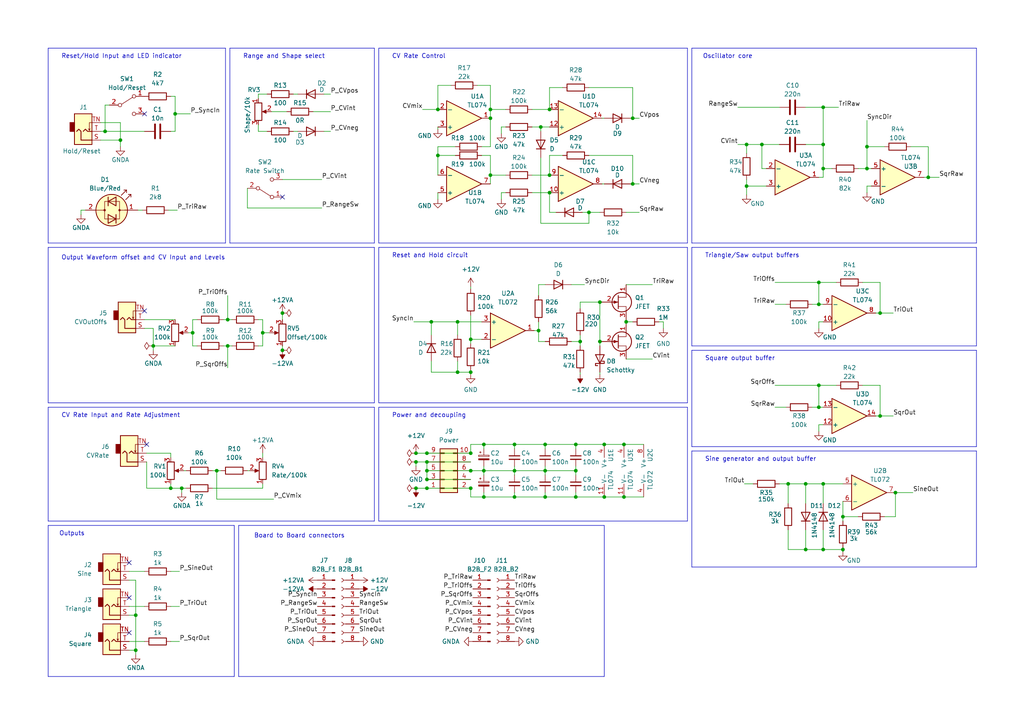
<source format=kicad_sch>
(kicad_sch (version 20211123) (generator eeschema)
  (paper "A4")
  (title_block (title "Shaper LFO") (rev "1") (company "CJJ Design"))
  (junction (at 120.65 131.445))
  (junction (at 34.925 40.64))
  (junction (at 123.825 141.605))
  (junction (at 183.515 34.29))
  (junction (at 244.475 149.86))
  (junction (at 180.975 144.145))
  (junction (at 216.535 53.975))
  (junction (at 132.715 107.95))
  (junction (at 136.525 98.425))
  (junction (at 136.525 136.525))
  (junction (at 259.715 142.875))
  (junction (at 149.225 144.145))
  (junction (at 181.61 93.345))
  (junction (at 167.005 136.525))
  (junction (at 50.8 33.02))
  (junction (at 39.37 188.595))
  (junction (at 142.24 31.75))
  (junction (at 216.535 41.91))
  (junction (at 159.385 55.88))
  (junction (at 81.915 101.6))
  (junction (at 142.24 34.29))
  (junction (at 136.525 141.605))
  (junction (at 142.24 50.8))
  (junction (at 66.04 92.71))
  (junction (at 159.385 31.75))
  (junction (at 123.825 136.525))
  (junction (at 238.76 41.91))
  (junction (at 76.2 96.52))
  (junction (at 55.88 96.52))
  (junction (at 233.68 140.335))
  (junction (at 123.825 133.985))
  (junction (at 175.26 128.905))
  (junction (at 140.335 144.145))
  (junction (at 238.76 140.335))
  (junction (at 170.815 61.595))
  (junction (at 233.68 159.385))
  (junction (at 183.515 53.34))
  (junction (at 158.115 144.145))
  (junction (at 132.715 93.345))
  (junction (at 173.99 87.63))
  (junction (at 127 45.085))
  (junction (at 156.21 95.885))
  (junction (at 52.705 141.605))
  (junction (at 251.46 48.895))
  (junction (at 244.475 159.385))
  (junction (at 220.98 41.91))
  (junction (at 167.005 128.905))
  (junction (at 49.53 141.605))
  (junction (at 149.225 128.905))
  (junction (at 168.275 99.06))
  (junction (at 173.99 99.06))
  (junction (at 123.825 139.065))
  (junction (at 237.49 111.76))
  (junction (at 62.865 136.525))
  (junction (at 66.04 100.33))
  (junction (at 251.46 42.545))
  (junction (at 140.335 136.525))
  (junction (at 125.095 93.345))
  (junction (at 159.385 50.8))
  (junction (at 39.37 178.435))
  (junction (at 156.845 36.83))
  (junction (at 30.48 38.1))
  (junction (at 136.525 131.445))
  (junction (at 81.915 90.805))
  (junction (at 136.525 107.95))
  (junction (at 120.65 133.985))
  (junction (at 175.26 144.145))
  (junction (at 149.225 136.525))
  (junction (at 44.45 100.33))
  (junction (at 228.6 140.335))
  (junction (at 158.115 128.905))
  (junction (at 238.76 31.115))
  (junction (at 237.49 118.11))
  (junction (at 158.115 136.525))
  (junction (at 255.27 90.805))
  (junction (at 180.975 128.905))
  (junction (at 127 31.75))
  (junction (at 238.76 159.385))
  (junction (at 237.49 81.915))
  (junction (at 123.825 131.445))
  (junction (at 238.76 48.895))
  (junction (at 255.27 120.65))
  (junction (at 167.005 144.145))
  (junction (at 269.24 51.435))
  (junction (at 120.65 141.605))
  (junction (at 140.335 128.905))
  (junction (at 237.49 88.265))
  (no_connect (at 37.465 163.195))
  (no_connect (at 81.915 57.15))
  (no_connect (at 37.465 183.515))
  (no_connect (at 37.465 173.355))
  (no_connect (at 41.91 90.17))
  (no_connect (at 41.91 33.02))
  (no_connect (at 42.545 128.905))
  (polyline (pts (xy 13.97 71.755) (xy 13.97 116.84)) (stroke (width 0) (type solid)))
  (wire (pts (xy 233.68 41.91) (xy 238.76 41.91)))
  (wire (pts (xy 238.76 140.335) (xy 244.475 140.335)))
  (wire (pts (xy 132.08 42.545) (xy 127 42.545)))
  (wire (pts (xy 167.005 135.255) (xy 167.005 136.525)))
  (polyline (pts (xy 109.855 71.755) (xy 199.39 71.755)) (stroke (width 0) (type solid)))
  (wire (pts (xy 145.415 36.83) (xy 146.685 36.83)))
  (polyline (pts (xy 108.585 116.84) (xy 13.97 116.84)) (stroke (width 0) (type solid)))
  (polyline (pts (xy 109.855 118.11) (xy 199.39 118.11)) (stroke (width 0) (type solid)))
  (wire (pts (xy 39.37 178.435) (xy 37.465 178.435)))
  (wire (pts (xy 168.275 97.155) (xy 168.275 99.06)))
  (wire (pts (xy 228.6 159.385) (xy 233.68 159.385)))
  (wire (pts (xy 50.8 27.94) (xy 50.8 33.02)))
  (wire (pts (xy 228.6 140.335) (xy 233.68 140.335)))
  (wire (pts (xy 224.79 118.11) (xy 227.965 118.11)))
  (wire (pts (xy 156.21 93.345) (xy 156.21 95.885)))
  (wire (pts (xy 154.305 31.75) (xy 159.385 31.75)))
  (wire (pts (xy 93.98 38.1) (xy 95.885 38.1)))
  (wire (pts (xy 76.2 92.71) (xy 76.2 96.52)))
  (polyline (pts (xy 283.21 100.33) (xy 200.66 100.33)) (stroke (width 0) (type solid)))
  (polyline (pts (xy 109.855 71.755) (xy 109.855 116.84)) (stroke (width 0) (type solid)))
  (wire (pts (xy 37.465 186.055) (xy 41.91 186.055)))
  (wire (pts (xy 120.65 133.985) (xy 123.825 133.985)))
  (polyline (pts (xy 65.405 13.97) (xy 65.405 70.485)) (stroke (width 0) (type solid)))
  (wire (pts (xy 139.7 45.085) (xy 142.24 45.085)))
  (polyline (pts (xy 200.66 13.97) (xy 283.21 13.97)) (stroke (width 0) (type solid)))
  (wire (pts (xy 228.6 153.67) (xy 228.6 159.385)))
  (polyline (pts (xy 200.66 71.755) (xy 283.21 71.755)) (stroke (width 0) (type solid)))
  (wire (pts (xy 242.57 111.76) (xy 237.49 111.76)))
  (wire (pts (xy 259.715 142.875) (xy 264.795 142.875)))
  (polyline (pts (xy 200.66 101.6) (xy 283.21 101.6)) (stroke (width 0) (type solid)))
  (polyline (pts (xy 199.39 13.97) (xy 199.39 70.485)) (stroke (width 0) (type solid)))
  (wire (pts (xy 136.525 128.905) (xy 140.335 128.905)))
  (polyline (pts (xy 199.39 71.755) (xy 199.39 116.84)) (stroke (width 0) (type solid)))
  (wire (pts (xy 49.53 141.605) (xy 52.705 141.605)))
  (wire (pts (xy 158.115 135.255) (xy 158.115 136.525)))
  (wire (pts (xy 37.465 165.735) (xy 41.91 165.735)))
  (wire (pts (xy 40.005 60.96) (xy 41.275 60.96)))
  (wire (pts (xy 34.925 35.56) (xy 34.925 40.64)))
  (wire (pts (xy 173.99 107.95) (xy 173.99 108.585)))
  (polyline (pts (xy 13.97 152.4) (xy 13.97 196.215)) (stroke (width 0) (type solid)))
  (wire (pts (xy 251.46 48.895) (xy 252.73 48.895)))
  (wire (pts (xy 154.305 50.8) (xy 159.385 50.8)))
  (polyline (pts (xy 13.97 118.11) (xy 108.585 118.11)) (stroke (width 0) (type solid)))
  (wire (pts (xy 50.8 33.02) (xy 55.245 33.02)))
  (wire (pts (xy 145.415 38.735) (xy 145.415 36.83)))
  (wire (pts (xy 237.49 88.265) (xy 238.76 88.265)))
  (wire (pts (xy 235.585 88.265) (xy 237.49 88.265)))
  (polyline (pts (xy 199.39 118.11) (xy 199.39 151.13)) (stroke (width 0) (type solid)))
  (wire (pts (xy 66.04 100.33) (xy 67.31 100.33)))
  (wire (pts (xy 181.61 93.345) (xy 181.61 93.98)))
  (wire (pts (xy 156.845 45.72) (xy 156.845 64.77)))
  (wire (pts (xy 170.815 61.595) (xy 170.815 64.77)))
  (wire (pts (xy 62.865 136.525) (xy 64.135 136.525)))
  (wire (pts (xy 154.305 36.83) (xy 156.845 36.83)))
  (wire (pts (xy 61.595 141.605) (xy 76.2 141.605)))
  (wire (pts (xy 142.24 24.765) (xy 142.24 31.75)))
  (polyline (pts (xy 108.585 70.485) (xy 66.675 70.485)) (stroke (width 0) (type solid)))
  (wire (pts (xy 37.465 175.895) (xy 41.91 175.895)))
  (wire (pts (xy 50.8 33.02) (xy 50.8 38.1)))
  (wire (pts (xy 235.585 118.11) (xy 237.49 118.11)))
  (polyline (pts (xy 200.66 130.81) (xy 283.21 130.81)) (stroke (width 0) (type solid)))
  (wire (pts (xy 132.715 107.95) (xy 125.095 107.95)))
  (wire (pts (xy 220.98 41.91) (xy 220.98 48.895)))
  (wire (pts (xy 120.65 141.605) (xy 123.825 141.605)))
  (wire (pts (xy 64.77 92.71) (xy 66.04 92.71)))
  (wire (pts (xy 71.755 136.525) (xy 72.39 136.525)))
  (polyline (pts (xy 109.855 118.11) (xy 109.855 151.13)) (stroke (width 0) (type solid)))
  (wire (pts (xy 49.53 140.335) (xy 49.53 141.605)))
  (wire (pts (xy 42.545 131.445) (xy 49.53 131.445)))
  (wire (pts (xy 49.53 175.895) (xy 52.07 175.895)))
  (wire (pts (xy 81.915 90.805) (xy 81.915 92.71)))
  (wire (pts (xy 49.53 165.735) (xy 52.07 165.735)))
  (wire (pts (xy 136.525 91.44) (xy 136.525 98.425)))
  (wire (pts (xy 238.76 123.19) (xy 237.49 123.19)))
  (polyline (pts (xy 199.39 116.84) (xy 109.855 116.84)) (stroke (width 0) (type solid)))
  (wire (pts (xy 123.825 139.065) (xy 136.525 139.065)))
  (wire (pts (xy 242.57 81.915) (xy 237.49 81.915)))
  (wire (pts (xy 49.53 141.605) (xy 42.545 141.605)))
  (wire (pts (xy 138.43 24.765) (xy 142.24 24.765)))
  (wire (pts (xy 149.225 144.145) (xy 149.225 142.875)))
  (polyline (pts (xy 283.21 70.485) (xy 200.66 70.485)) (stroke (width 0) (type solid)))
  (wire (pts (xy 71.755 54.61) (xy 71.755 60.325)))
  (wire (pts (xy 140.335 144.145) (xy 140.335 142.875)))
  (wire (pts (xy 62.865 136.525) (xy 62.865 144.78)))
  (wire (pts (xy 23.495 60.96) (xy 24.765 60.96)))
  (wire (pts (xy 127 24.765) (xy 130.81 24.765)))
  (wire (pts (xy 238.76 159.385) (xy 233.68 159.385)))
  (wire (pts (xy 255.27 90.805) (xy 254 90.805)))
  (wire (pts (xy 66.04 100.33) (xy 66.04 106.68)))
  (polyline (pts (xy 67.945 152.4) (xy 67.945 196.215)) (stroke (width 0) (type solid)))
  (wire (pts (xy 248.92 48.895) (xy 251.46 48.895)))
  (wire (pts (xy 183.515 53.34) (xy 182.88 53.34)))
  (polyline (pts (xy 13.97 71.755) (xy 108.585 71.755)) (stroke (width 0) (type solid)))
  (wire (pts (xy 53.34 136.525) (xy 53.975 136.525)))
  (wire (pts (xy 123.825 133.985) (xy 123.825 136.525)))
  (wire (pts (xy 264.16 42.545) (xy 269.24 42.545)))
  (wire (pts (xy 41.91 92.71) (xy 50.8 92.71)))
  (wire (pts (xy 173.99 100.33) (xy 173.99 99.06)))
  (wire (pts (xy 168.275 108.585) (xy 168.275 107.95)))
  (polyline (pts (xy 13.97 13.97) (xy 13.97 70.485)) (stroke (width 0) (type solid)))
  (wire (pts (xy 132.715 93.345) (xy 139.7 93.345)))
  (wire (pts (xy 183.515 34.29) (xy 183.515 25.4)))
  (wire (pts (xy 158.115 128.905) (xy 167.005 128.905)))
  (wire (pts (xy 248.92 149.86) (xy 244.475 149.86)))
  (wire (pts (xy 142.24 45.085) (xy 142.24 50.8)))
  (wire (pts (xy 250.19 111.76) (xy 255.27 111.76)))
  (wire (pts (xy 180.975 128.905) (xy 186.69 128.905)))
  (polyline (pts (xy 283.21 13.97) (xy 283.21 70.485)) (stroke (width 0) (type solid)))
  (wire (pts (xy 136.525 128.905) (xy 136.525 131.445)))
  (wire (pts (xy 237.49 111.76) (xy 237.49 118.11)))
  (wire (pts (xy 74.93 100.33) (xy 76.2 100.33)))
  (wire (pts (xy 81.915 52.07) (xy 93.345 52.07)))
  (polyline (pts (xy 200.66 13.97) (xy 200.66 70.485)) (stroke (width 0) (type solid)))
  (wire (pts (xy 64.77 100.33) (xy 66.04 100.33)))
  (wire (pts (xy 158.115 137.795) (xy 158.115 136.525)))
  (polyline (pts (xy 65.405 70.485) (xy 13.97 70.485)) (stroke (width 0) (type solid)))
  (wire (pts (xy 183.515 45.085) (xy 183.515 53.34)))
  (wire (pts (xy 149.225 128.905) (xy 158.115 128.905)))
  (wire (pts (xy 159.385 55.88) (xy 159.385 61.595)))
  (wire (pts (xy 216.535 52.07) (xy 216.535 53.975)))
  (wire (pts (xy 136.525 144.145) (xy 136.525 141.605)))
  (wire (pts (xy 233.68 140.335) (xy 238.76 140.335)))
  (wire (pts (xy 149.225 137.795) (xy 149.225 136.525)))
  (polyline (pts (xy 69.215 152.4) (xy 175.26 152.4)) (stroke (width 0) (type solid)))
  (wire (pts (xy 181.61 61.595) (xy 185.42 61.595)))
  (wire (pts (xy 76.2 140.335) (xy 76.2 141.605)))
  (wire (pts (xy 127 57.785) (xy 127 55.88)))
  (wire (pts (xy 125.095 93.345) (xy 125.095 97.155)))
  (wire (pts (xy 159.385 45.085) (xy 159.385 50.8)))
  (wire (pts (xy 66.04 92.71) (xy 67.31 92.71)))
  (wire (pts (xy 66.04 85.725) (xy 66.04 92.71)))
  (wire (pts (xy 158.115 128.905) (xy 158.115 130.175)))
  (wire (pts (xy 228.6 140.335) (xy 228.6 146.05)))
  (wire (pts (xy 156.21 95.885) (xy 156.21 99.06)))
  (wire (pts (xy 158.115 144.145) (xy 167.005 144.145)))
  (wire (pts (xy 77.47 27.305) (xy 74.93 27.305)))
  (wire (pts (xy 159.385 25.4) (xy 159.385 31.75)))
  (wire (pts (xy 170.815 45.085) (xy 183.515 45.085)))
  (wire (pts (xy 154.305 55.88) (xy 159.385 55.88)))
  (polyline (pts (xy 108.585 118.11) (xy 108.585 151.13)) (stroke (width 0) (type solid)))
  (wire (pts (xy 216.535 53.975) (xy 222.25 53.975)))
  (polyline (pts (xy 108.585 71.755) (xy 108.585 116.84)) (stroke (width 0) (type solid)))
  (wire (pts (xy 74.93 92.71) (xy 76.2 92.71)))
  (polyline (pts (xy 175.26 152.4) (xy 175.26 196.215)) (stroke (width 0) (type solid)))
  (wire (pts (xy 30.48 30.48) (xy 30.48 38.1)))
  (wire (pts (xy 71.755 60.325) (xy 93.345 60.325)))
  (wire (pts (xy 216.535 53.975) (xy 216.535 56.515)))
  (wire (pts (xy 175.26 128.905) (xy 180.975 128.905)))
  (wire (pts (xy 149.225 128.905) (xy 149.225 130.175)))
  (wire (pts (xy 120.65 131.445) (xy 123.825 131.445)))
  (wire (pts (xy 120.015 93.345) (xy 125.095 93.345)))
  (wire (pts (xy 256.54 149.86) (xy 259.715 149.86)))
  (wire (pts (xy 142.24 50.8) (xy 142.24 53.34)))
  (polyline (pts (xy 108.585 151.13) (xy 13.97 151.13)) (stroke (width 0) (type solid)))
  (wire (pts (xy 149.225 136.525) (xy 158.115 136.525)))
  (wire (pts (xy 132.715 104.775) (xy 132.715 107.95)))
  (wire (pts (xy 163.195 25.4) (xy 159.385 25.4)))
  (wire (pts (xy 127 45.085) (xy 127 50.8)))
  (wire (pts (xy 136.525 144.145) (xy 140.335 144.145)))
  (wire (pts (xy 238.76 48.895) (xy 241.3 48.895)))
  (wire (pts (xy 237.49 123.19) (xy 237.49 125.095)))
  (wire (pts (xy 142.24 50.8) (xy 146.685 50.8)))
  (wire (pts (xy 158.115 144.145) (xy 158.115 142.875)))
  (wire (pts (xy 123.825 131.445) (xy 136.525 131.445)))
  (wire (pts (xy 168.275 99.06) (xy 168.275 100.33)))
  (wire (pts (xy 213.995 41.91) (xy 216.535 41.91)))
  (polyline (pts (xy 200.66 130.81) (xy 200.66 164.465)) (stroke (width 0) (type solid)))
  (wire (pts (xy 122.555 31.75) (xy 127 31.75)))
  (wire (pts (xy 127 31.75) (xy 127 24.765)))
  (wire (pts (xy 29.21 40.64) (xy 34.925 40.64)))
  (wire (pts (xy 255.27 111.76) (xy 255.27 120.65)))
  (polyline (pts (xy 200.66 101.6) (xy 200.66 129.54)) (stroke (width 0) (type solid)))
  (wire (pts (xy 49.53 186.055) (xy 52.07 186.055)))
  (wire (pts (xy 86.36 27.305) (xy 85.09 27.305)))
  (polyline (pts (xy 283.21 129.54) (xy 200.66 129.54)) (stroke (width 0) (type solid)))
  (polyline (pts (xy 69.215 152.4) (xy 69.215 196.215)) (stroke (width 0) (type solid)))
  (wire (pts (xy 93.98 27.305) (xy 95.885 27.305)))
  (wire (pts (xy 238.76 51.435) (xy 237.49 51.435)))
  (wire (pts (xy 52.705 141.605) (xy 53.975 141.605)))
  (wire (pts (xy 39.37 189.865) (xy 39.37 188.595)))
  (wire (pts (xy 167.005 144.145) (xy 167.005 142.875)))
  (wire (pts (xy 192.405 93.345) (xy 191.135 93.345)))
  (wire (pts (xy 136.525 83.185) (xy 136.525 83.82)))
  (wire (pts (xy 213.995 31.115) (xy 226.06 31.115)))
  (wire (pts (xy 238.76 31.115) (xy 238.76 41.91)))
  (wire (pts (xy 238.76 93.345) (xy 237.49 93.345)))
  (wire (pts (xy 142.24 31.75) (xy 146.685 31.75)))
  (wire (pts (xy 132.715 93.345) (xy 132.715 97.155)))
  (wire (pts (xy 175.26 144.145) (xy 180.975 144.145)))
  (wire (pts (xy 226.06 41.91) (xy 220.98 41.91)))
  (wire (pts (xy 76.2 96.52) (xy 78.105 96.52)))
  (wire (pts (xy 156.845 64.77) (xy 170.815 64.77)))
  (wire (pts (xy 163.195 45.085) (xy 159.385 45.085)))
  (wire (pts (xy 255.27 120.65) (xy 254 120.65)))
  (wire (pts (xy 156.21 99.06) (xy 158.115 99.06)))
  (wire (pts (xy 251.46 34.925) (xy 251.46 42.545)))
  (wire (pts (xy 170.815 61.595) (xy 173.99 61.595)))
  (wire (pts (xy 39.37 168.275) (xy 37.465 168.275)))
  (wire (pts (xy 175.26 53.34) (xy 174.625 53.34)))
  (wire (pts (xy 255.27 81.915) (xy 255.27 90.805)))
  (wire (pts (xy 156.845 36.83) (xy 156.845 38.1)))
  (wire (pts (xy 238.76 41.91) (xy 238.76 48.895)))
  (wire (pts (xy 125.095 93.345) (xy 132.715 93.345)))
  (wire (pts (xy 39.37 168.275) (xy 39.37 178.435)))
  (wire (pts (xy 142.24 42.545) (xy 142.24 34.29)))
  (wire (pts (xy 238.76 146.05) (xy 238.76 140.335)))
  (polyline (pts (xy 66.675 13.97) (xy 108.585 13.97)) (stroke (width 0) (type solid)))
  (polyline (pts (xy 283.21 164.465) (xy 200.66 164.465)) (stroke (width 0) (type solid)))
  (wire (pts (xy 44.45 100.33) (xy 44.45 101.6)))
  (wire (pts (xy 90.805 32.385) (xy 95.885 32.385)))
  (wire (pts (xy 74.93 38.1) (xy 77.47 38.1)))
  (polyline (pts (xy 109.855 13.97) (xy 109.855 70.485)) (stroke (width 0) (type solid)))
  (wire (pts (xy 169.545 82.55) (xy 165.735 82.55)))
  (wire (pts (xy 182.88 34.29) (xy 183.515 34.29)))
  (polyline (pts (xy 283.21 130.81) (xy 283.21 164.465)) (stroke (width 0) (type solid)))
  (wire (pts (xy 136.525 136.525) (xy 140.335 136.525)))
  (wire (pts (xy 136.525 98.425) (xy 139.7 98.425)))
  (wire (pts (xy 224.79 111.76) (xy 237.49 111.76)))
  (wire (pts (xy 168.275 87.63) (xy 173.99 87.63)))
  (wire (pts (xy 76.2 96.52) (xy 76.2 100.33)))
  (wire (pts (xy 49.53 38.1) (xy 50.8 38.1)))
  (wire (pts (xy 136.525 107.95) (xy 136.525 108.585)))
  (wire (pts (xy 127 45.085) (xy 132.08 45.085)))
  (wire (pts (xy 224.79 81.915) (xy 237.49 81.915)))
  (wire (pts (xy 244.475 145.415) (xy 244.475 149.86)))
  (wire (pts (xy 132.715 107.95) (xy 136.525 107.95)))
  (wire (pts (xy 149.225 135.255) (xy 149.225 136.525)))
  (wire (pts (xy 39.37 178.435) (xy 39.37 188.595)))
  (wire (pts (xy 181.61 104.14) (xy 189.23 104.14)))
  (wire (pts (xy 255.27 120.65) (xy 259.08 120.65)))
  (wire (pts (xy 220.98 48.895) (xy 222.25 48.895)))
  (wire (pts (xy 251.46 53.975) (xy 251.46 55.88)))
  (wire (pts (xy 215.9 140.335) (xy 218.44 140.335)))
  (wire (pts (xy 127 36.83) (xy 127 37.465)))
  (wire (pts (xy 255.27 90.805) (xy 259.08 90.805)))
  (wire (pts (xy 183.515 25.4) (xy 170.815 25.4)))
  (wire (pts (xy 181.61 93.345) (xy 183.515 93.345)))
  (wire (pts (xy 81.915 100.33) (xy 81.915 101.6)))
  (wire (pts (xy 127 42.545) (xy 127 45.085)))
  (polyline (pts (xy 199.39 151.13) (xy 109.855 151.13)) (stroke (width 0) (type solid)))
  (wire (pts (xy 244.475 159.385) (xy 238.76 159.385)))
  (wire (pts (xy 125.095 107.95) (xy 125.095 104.775)))
  (wire (pts (xy 168.275 89.535) (xy 168.275 87.63)))
  (wire (pts (xy 76.2 131.445) (xy 76.2 132.715)))
  (wire (pts (xy 250.19 81.915) (xy 255.27 81.915)))
  (polyline (pts (xy 283.21 101.6) (xy 283.21 129.54)) (stroke (width 0) (type solid)))
  (wire (pts (xy 252.73 53.975) (xy 251.46 53.975)))
  (wire (pts (xy 173.99 87.63) (xy 173.99 99.06)))
  (wire (pts (xy 192.405 95.25) (xy 192.405 93.345)))
  (wire (pts (xy 123.825 141.605) (xy 136.525 141.605)))
  (wire (pts (xy 139.7 42.545) (xy 142.24 42.545)))
  (wire (pts (xy 237.49 118.11) (xy 238.76 118.11)))
  (wire (pts (xy 142.24 31.75) (xy 142.24 34.29)))
  (wire (pts (xy 167.005 128.905) (xy 167.005 130.175)))
  (wire (pts (xy 244.475 149.86) (xy 244.475 151.13)))
  (wire (pts (xy 174.625 34.29) (xy 175.26 34.29)))
  (wire (pts (xy 31.75 30.48) (xy 30.48 30.48)))
  (wire (pts (xy 269.24 51.435) (xy 267.97 51.435)))
  (wire (pts (xy 167.005 144.145) (xy 175.26 144.145)))
  (polyline (pts (xy 13.97 118.11) (xy 13.97 151.13)) (stroke (width 0) (type solid)))
  (wire (pts (xy 61.595 136.525) (xy 62.865 136.525)))
  (wire (pts (xy 251.46 42.545) (xy 256.54 42.545)))
  (wire (pts (xy 158.115 136.525) (xy 167.005 136.525)))
  (wire (pts (xy 226.06 140.335) (xy 228.6 140.335)))
  (wire (pts (xy 149.225 144.145) (xy 158.115 144.145)))
  (wire (pts (xy 140.335 135.255) (xy 140.335 136.525)))
  (wire (pts (xy 54.61 96.52) (xy 55.88 96.52)))
  (wire (pts (xy 216.535 41.91) (xy 220.98 41.91)))
  (wire (pts (xy 165.735 99.06) (xy 168.275 99.06)))
  (wire (pts (xy 123.825 136.525) (xy 136.525 136.525)))
  (wire (pts (xy 49.53 27.94) (xy 50.8 27.94)))
  (wire (pts (xy 167.005 128.905) (xy 175.26 128.905)))
  (wire (pts (xy 123.825 136.525) (xy 123.825 139.065)))
  (wire (pts (xy 183.515 34.29) (xy 185.42 34.29)))
  (wire (pts (xy 154.94 95.885) (xy 156.21 95.885)))
  (wire (pts (xy 181.61 82.55) (xy 189.23 82.55)))
  (wire (pts (xy 156.845 36.83) (xy 159.385 36.83)))
  (wire (pts (xy 55.88 92.71) (xy 57.15 92.71)))
  (wire (pts (xy 52.705 141.605) (xy 52.705 142.875)))
  (wire (pts (xy 55.88 96.52) (xy 55.88 92.71)))
  (polyline (pts (xy 109.855 13.97) (xy 199.39 13.97)) (stroke (width 0) (type solid)))
  (wire (pts (xy 55.88 100.33) (xy 57.15 100.33)))
  (wire (pts (xy 62.865 144.78) (xy 79.375 144.78)))
  (wire (pts (xy 145.415 55.88) (xy 145.415 57.785)))
  (polyline (pts (xy 175.26 196.215) (xy 69.215 196.215)) (stroke (width 0) (type solid)))
  (wire (pts (xy 140.335 128.905) (xy 149.225 128.905)))
  (wire (pts (xy 238.76 48.895) (xy 238.76 51.435)))
  (wire (pts (xy 181.61 92.71) (xy 181.61 93.345)))
  (wire (pts (xy 269.24 51.435) (xy 272.415 51.435)))
  (wire (pts (xy 238.76 31.115) (xy 243.205 31.115)))
  (wire (pts (xy 44.45 95.25) (xy 44.45 100.33)))
  (wire (pts (xy 136.525 107.315) (xy 136.525 107.95)))
  (polyline (pts (xy 13.97 13.97) (xy 65.405 13.97)) (stroke (width 0) (type solid)))
  (wire (pts (xy 140.335 144.145) (xy 149.225 144.145)))
  (wire (pts (xy 140.335 128.905) (xy 140.335 130.175)))
  (wire (pts (xy 259.715 149.86) (xy 259.715 142.875)))
  (wire (pts (xy 185.42 53.34) (xy 183.515 53.34)))
  (wire (pts (xy 156.21 82.55) (xy 158.115 82.55)))
  (wire (pts (xy 224.79 88.265) (xy 227.965 88.265)))
  (wire (pts (xy 74.93 36.195) (xy 74.93 38.1)))
  (wire (pts (xy 55.88 100.33) (xy 55.88 96.52)))
  (wire (pts (xy 233.68 31.115) (xy 238.76 31.115)))
  (wire (pts (xy 78.74 32.385) (xy 83.185 32.385)))
  (polyline (pts (xy 13.97 152.4) (xy 67.945 152.4)) (stroke (width 0) (type solid)))
  (wire (pts (xy 74.93 27.305) (xy 74.93 28.575)))
  (polyline (pts (xy 283.21 71.755) (xy 283.21 100.33)) (stroke (width 0) (type solid)))
  (polyline (pts (xy 67.945 196.215) (xy 13.97 196.215)) (stroke (width 0) (type solid)))
  (wire (pts (xy 233.68 146.05) (xy 233.68 140.335)))
  (wire (pts (xy 120.65 135.255) (xy 120.65 133.985)))
  (wire (pts (xy 238.76 153.67) (xy 238.76 159.385)))
  (wire (pts (xy 44.45 100.33) (xy 50.8 100.33)))
  (polyline (pts (xy 199.39 70.485) (xy 109.855 70.485)) (stroke (width 0) (type solid)))
  (wire (pts (xy 156.21 82.55) (xy 156.21 85.725)))
  (wire (pts (xy 237.49 81.915) (xy 237.49 88.265)))
  (wire (pts (xy 140.335 136.525) (xy 149.225 136.525)))
  (wire (pts (xy 180.975 144.145) (xy 186.69 144.145)))
  (wire (pts (xy 269.24 42.545) (xy 269.24 51.435)))
  (wire (pts (xy 48.895 60.96) (xy 51.435 60.96)))
  (wire (pts (xy 244.475 159.385) (xy 244.475 158.75)))
  (wire (pts (xy 237.49 93.345) (xy 237.49 95.25)))
  (wire (pts (xy 29.21 35.56) (xy 34.925 35.56)))
  (wire (pts (xy 39.37 188.595) (xy 37.465 188.595)))
  (wire (pts (xy 251.46 48.895) (xy 251.46 42.545)))
  (wire (pts (xy 140.335 137.795) (xy 140.335 136.525)))
  (wire (pts (xy 244.475 160.02) (xy 244.475 159.385)))
  (polyline (pts (xy 108.585 13.97) (xy 108.585 70.485)) (stroke (width 0) (type solid)))
  (wire (pts (xy 168.91 61.595) (xy 170.815 61.595)))
  (wire (pts (xy 30.48 38.1) (xy 41.91 38.1)))
  (wire (pts (xy 167.005 137.795) (xy 167.005 136.525)))
  (wire (pts (xy 146.685 55.88) (xy 145.415 55.88)))
  (wire (pts (xy 34.925 42.545) (xy 34.925 40.64)))
  (wire (pts (xy 49.53 131.445) (xy 49.53 132.715)))
  (wire (pts (xy 159.385 61.595) (xy 161.29 61.595)))
  (wire (pts (xy 123.825 133.985) (xy 136.525 133.985)))
  (wire (pts (xy 42.545 141.605) (xy 42.545 133.985)))
  (wire (pts (xy 41.91 95.25) (xy 44.45 95.25)))
  (wire (pts (xy 85.09 38.1) (xy 86.36 38.1)))
  (wire (pts (xy 29.21 38.1) (xy 30.48 38.1)))
  (polyline (pts (xy 66.675 13.97) (xy 66.675 70.485)) (stroke (width 0) (type solid)))
  (wire (pts (xy 136.525 99.695) (xy 136.525 98.425)))
  (wire (pts (xy 216.535 41.91) (xy 216.535 44.45)))
  (polyline (pts (xy 200.66 71.755) (xy 200.66 100.33)) (stroke (width 0) (type solid)))
  (wire (pts (xy 233.68 159.385) (xy 233.68 153.67)))
  (wire (pts (xy 23.495 62.23) (xy 23.495 60.96)))
  (text "Outputs" (at 17.145 155.575 0) (effects (font (size 1.27 1.27)) (justify left bottom)))
  (text "Triangle/Saw output buffers\n" (at 204.47 74.93 0) (effects (font (size 1.27 1.27)) (justify left bottom)))
  (text "Output Waveform offset and CV Input and Levels" (at 17.78 75.565 0) (effects (font (size 1.27 1.27)) (justify left bottom)))
  (text "Range and Shape select" (at 70.485 17.145 0) (effects (font (size 1.27 1.27)) (justify left bottom)))
  (text "Reset and Hold circuit\n" (at 113.665 74.93 0) (effects (font (size 1.27 1.27)) (justify left bottom)))
  (text "CV Rate Input and Rate Adjustment" (at 17.78 121.285 0) (effects (font (size 1.27 1.27)) (justify left bottom)))
  (text "Sine generator and output buffer\n" (at 204.47 133.985 0) (effects (font (size 1.27 1.27)) (justify left bottom)))
  (text "Power and decoupling" (at 113.665 121.285 0) (effects (font (size 1.27 1.27)) (justify left bottom)))
  (text "Oscillator core\n" (at 203.835 17.145 0) (effects (font (size 1.27 1.27)) (justify left bottom)))
  (text "Board to Board connectors\n" (at 73.66 156.21 0) (effects (font (size 1.27 1.27)) (justify left bottom)))
  (text "CV Rate Control" (at 113.665 17.145 0) (effects (font (size 1.27 1.27)) (justify left bottom)))
  (text "Square output buffer" (at 204.47 104.775 0) (effects (font (size 1.27 1.27)) (justify left bottom)))
  (text "Reset/Hold Input and LED indicator\n" (at 17.78 17.145 0) (effects (font (size 1.27 1.27)) (justify left bottom)))
  (label "P_TriOffs" (at 137.16 170.815 180))
  (label "P_CVneg" (at 137.16 183.515 180))
  (label "P_TriOut" (at 92.075 178.435 180))
  (label "SyncIn" (at 120.015 93.345 180))
  (label "P_TriOffs" (at 66.04 85.725 180))
  (label "TriRaw" (at 243.205 31.115 0))
  (label "TriRaw" (at 224.79 88.265 180))
  (label "P_SqrOut" (at 92.075 180.975 180))
  (label "SineOut" (at 104.14 183.515 0))
  (label "CVpos" (at 185.42 34.29 0))
  (label "SqrOffs" (at 224.79 111.76 180))
  (label "CVneg" (at 185.42 53.34 0))
  (label "SyncDir" (at 251.46 34.925 0))
  (label "TriOut" (at 215.9 140.335 180))
  (label "TriOffs" (at 149.225 170.815 0))
  (label "SqrOut" (at 104.14 180.975 0))
  (label "SqrRaw" (at 272.415 51.435 0))
  (label "P_CVmix" (at 137.16 175.895 180))
  (label "P_SyncIn" (at 55.245 33.02 0))
  (label "P_SqrOffs" (at 137.16 173.355 180))
  (label "P_SineOut" (at 52.07 165.735 0))
  (label "SineOut" (at 264.795 142.875 0))
  (label "P_CVint" (at 95.885 32.385 0))
  (label "P_SqrOut" (at 52.07 186.055 0))
  (label "CVint" (at 149.225 180.975 0))
  (label "TriRaw" (at 149.225 168.275 0))
  (label "SyncIn" (at 104.14 173.355 0))
  (label "P_CVpos" (at 95.885 27.305 0))
  (label "SyncDir" (at 169.545 82.55 0))
  (label "P_SineOut" (at 92.075 183.515 180))
  (label "SqrRaw" (at 224.79 118.11 180))
  (label "TriOut" (at 104.14 178.435 0))
  (label "SqrOffs" (at 149.225 173.355 0))
  (label "TriOffs" (at 224.79 81.915 180))
  (label "CVneg" (at 149.225 183.515 0))
  (label "P_TriOut" (at 52.07 175.895 0))
  (label "P_RangeSw" (at 93.345 60.325 0))
  (label "CVint" (at 213.995 41.91 180))
  (label "CVmix" (at 122.555 31.75 180))
  (label "P_CVneg" (at 95.885 38.1 0))
  (label "P_CVpos" (at 137.16 178.435 180))
  (label "P_CVint" (at 93.345 52.07 0))
  (label "TriRaw" (at 189.23 82.55 0))
  (label "P_TriRaw" (at 51.435 60.96 0))
  (label "P_TriRaw" (at 137.16 168.275 180))
  (label "CVmix" (at 149.225 175.895 0))
  (label "SqrRaw" (at 185.42 61.595 0))
  (label "SqrOut" (at 259.08 120.65 0))
  (label "RangeSw" (at 213.995 31.115 180))
  (label "P_CVint" (at 137.16 180.975 180))
  (label "P_RangeSw" (at 92.075 175.895 180))
  (label "TriOut" (at 259.08 90.805 0))
  (label "P_SyncIn" (at 92.075 173.355 180))
  (label "RangeSw" (at 104.14 175.895 0))
  (label "P_SqrOffs" (at 66.04 106.68 180))
  (label "P_CVmix" (at 79.375 144.78 0))
  (label "CVpos" (at 149.225 178.435 0))
  (label "CVint" (at 189.23 104.14 0))
  (symbol (lib_id "Device:C_Polarized_Small") (at 140.335 140.335 0) (unit 1)
    (property "Reference" "C3" (at 142.24 139.065 0) (effects (justify left)))
    (property "Value" "10u" (at 142.24 141.605 0) (effects (justify left)))
  )
  (symbol (lib_id "power:+12V") (at 120.65 131.445 0) (unit 1)
    (property "Reference" "#PWR015" (effects hide))
    (property "Value" "+12V" (at 120.65 126.365 0))
  )
  (symbol (lib_id "Device:C") (at 45.72 38.1 90) (unit 1)
    (property "Reference" "C1" (at 45.72 31.75 90))
    (property "Value" "10n" (at 45.72 34.29 90))
  )
  (symbol (lib_id "power:PWR_FLAG") (at 120.65 141.605 90) (unit 1)
    (property "Reference" "#FLG04" (effects hide))
    (property "Value" "PWR_FLAG" (effects hide))
  )
  (symbol (lib_id "Device:D") (at 161.925 82.55 180) (unit 1)
    (property "Reference" "D6" (at 161.925 76.835 0))
    (property "Value" "D" (at 161.925 79.375 0))
  )
  (symbol (lib_id "Device:C_Small") (at 167.005 132.715 0) (unit 1)
    (property "Reference" "C8" (at 168.91 131.445 0) (effects (justify left)))
    (property "Value" "100n" (at 168.91 133.985 0) (effects (justify left)))
  )
  (symbol (lib_id "Amplifier_Operational:TL074") (at 260.35 51.435 0) (unit 2)
    (property "Reference" "U3" (at 264.16 48.26 0))
    (property "Value" "TL074" (at 264.16 45.72 0))
    (property "Datasheet" "http://www.ti.com/lit/ds/symlink/tl071.pdf" (effects hide))
  )
  (symbol (lib_id "Device:R") (at 150.495 55.88 90) (unit 1)
    (property "Reference" "R25" (at 150.495 58.42 90))
    (property "Value" "47k" (at 150.495 60.96 90))
  )
  (symbol (lib_id "power:PWR_FLAG") (at 81.915 90.805 270) (unit 1)
    (property "Reference" "#FLG01" (effects hide))
    (property "Value" "PWR_FLAG" (effects hide))
  )
  (symbol (lib_id "Amplifier_Operational:TL074") (at 177.8 136.525 0) (unit 5)
    (property "Reference" "U1" (at 177.165 133.985 90) (effects (justify left)))
    (property "Value" "TL074" (at 177.165 142.24 90) (effects (justify left)))
    (property "Datasheet" "http://www.ti.com/lit/ds/symlink/tl071.pdf" (effects hide))
  )
  (symbol (lib_id "Amplifier_Operational:TL072") (at 147.32 95.885 0) (unit 1)
    (property "Reference" "U2" (at 147.32 85.09 0))
    (property "Value" "TL072" (at 147.32 87.63 0))
    (property "Datasheet" "http://www.ti.com/lit/ds/symlink/tl071.pdf" (effects hide))
  )
  (symbol (lib_id "Device:R") (at 45.72 165.735 90) (unit 1)
    (property "Reference" "R3" (at 45.72 160.655 90))
    (property "Value" "1k" (at 45.72 163.195 90))
  )
  (symbol (lib_id "Device:C_Polarized_Small") (at 140.335 132.715 0) (unit 1)
    (property "Reference" "C2" (at 142.24 131.445 0) (effects (justify left)))
    (property "Value" "10u" (at 142.24 133.985 0) (effects (justify left)))
  )
  (symbol (lib_id "power:GNDA") (at 52.705 142.875 0) (unit 1)
    (property "Reference" "#PWR05" (effects hide))
    (property "Value" "GNDA" (at 52.705 146.685 0))
  )
  (symbol (lib_id "Amplifier_Operational:TL072") (at 252.095 142.875 0) (unit 2)
    (property "Reference" "U2" (at 255.27 136.525 0))
    (property "Value" "TL072" (at 255.27 139.065 0))
    (property "Datasheet" "http://www.ti.com/lit/ds/symlink/tl071.pdf" (effects hide))
  )
  (symbol (lib_id "Device:R") (at 228.6 149.86 180) (unit 1)
    (property "Reference" "R36" (at 224.79 149.225 0))
    (property "Value" "3k" (at 224.79 151.13 0))
  )
  (symbol (lib_id "Device:R") (at 231.775 88.265 90) (unit 1)
    (property "Reference" "R37" (at 231.775 90.805 90))
    (property "Value" "100k" (at 231.775 93.345 90))
  )
  (symbol (lib_id "Device:C_Small") (at 158.115 140.335 0) (unit 1)
    (property "Reference" "C7" (at 160.02 139.065 0) (effects (justify left)))
    (property "Value" "100n" (at 160.02 141.605 0) (effects (justify left)))
  )
  (symbol (lib_id "Amplifier_Operational:TL074") (at 183.515 136.525 0) (unit 5)
    (property "Reference" "U3" (at 182.88 133.985 90) (effects (justify left)))
    (property "Value" "TL074" (at 182.88 142.24 90) (effects (justify left)))
    (property "Datasheet" "http://www.ti.com/lit/ds/symlink/tl071.pdf" (effects hide))
  )
  (symbol (lib_id "Device:R") (at 136.525 103.505 0) (unit 1)
    (property "Reference" "R21" (at 138.43 102.2349 0) (effects (justify left)))
    (property "Value" "10k" (at 138.43 104.7749 0) (effects (justify left)))
  )
  (symbol (lib_id "power:GND") (at 216.535 56.515 0) (unit 1)
    (property "Reference" "#PWR029" (effects hide))
    (property "Value" "GND" (at 219.71 59.055 0))
  )
  (symbol (lib_id "Device:C") (at 229.87 41.91 90) (unit 1)
    (property "Reference" "C11" (at 229.87 35.56 90))
    (property "Value" "220n" (at 229.87 38.1 90))
  )
  (symbol (lib_id "Device:R") (at 246.38 111.76 90) (unit 1)
    (property "Reference" "R42" (at 246.38 106.68 90))
    (property "Value" "22k" (at 246.38 109.22 90))
  )
  (symbol (lib_id "power:GND") (at 127 57.785 0) (unit 1)
    (property "Reference" "#PWR019" (effects hide))
    (property "Value" "GND" (at 123.19 59.69 0))
  )
  (symbol (lib_id "Device:R") (at 245.11 48.895 90) (unit 1)
    (property "Reference" "R40" (at 245.11 52.07 90))
    (property "Value" "82k" (at 245.11 54.61 90))
  )
  (symbol (lib_id "power:GND") (at 149.225 186.055 90) (unit 1)
    (property "Reference" "#PWR025" (effects hide))
    (property "Value" "GND" (at 152.4 186.0549 90) (effects (justify right)))
  )
  (symbol (lib_id "Device:R") (at 252.73 149.86 90) (unit 1)
    (property "Reference" "R43" (at 252.73 152.4 90))
    (property "Value" "56k" (at 252.73 154.305 90))
  )
  (symbol (lib_id "Device:C_Small") (at 149.225 132.715 0) (unit 1)
    (property "Reference" "C4" (at 151.13 131.445 0) (effects (justify left)))
    (property "Value" "100n" (at 151.13 133.985 0) (effects (justify left)))
  )
  (symbol (lib_id "Connector:Conn_01x08_Male") (at 97.155 175.895 0) (mirror y) (unit 1)
    (property "Reference" "J7" (at 93.98 162.56 0))
    (property "Value" "B2B_F1" (at 93.98 165.1 0))
  )
  (symbol (lib_id "Device:D") (at 238.76 149.86 270) (unit 1)
    (property "Reference" "D12" (at 240.03 146.685 90) (effects (justify left)))
    (property "Value" "1N4148" (at 241.3 148.59 0) (effects (justify left)))
  )
  (symbol (lib_id "power:GNDA") (at 92.075 186.055 270) (unit 1)
    (property "Reference" "#PWR011" (effects hide))
    (property "Value" "GNDA" (at 88.265 186.0549 90) (effects (justify right)))
  )
  (symbol (lib_id "power:+12VA") (at 81.915 90.805 0) (unit 1)
    (property "Reference" "#PWR07" (effects hide))
    (property "Value" "+12VA" (at 81.915 86.995 0))
  )
  (symbol (lib_id "Device:D") (at 165.1 61.595 0) (unit 1)
    (property "Reference" "D7" (at 168.275 58.42 0))
    (property "Value" "D" (at 168.275 60.325 0))
  )
  (symbol (lib_id "Device:R") (at 260.35 42.545 90) (unit 1)
    (property "Reference" "R44" (at 260.35 37.465 90))
    (property "Value" "100k" (at 260.35 40.005 90))
  )
  (symbol (lib_id "Device:R") (at 136.525 87.63 0) (unit 1)
    (property "Reference" "R20" (at 138.43 86.3599 0) (effects (justify left)))
    (property "Value" "100k" (at 138.43 88.8999 0) (effects (justify left)))
  )
  (symbol (lib_id "Device:C_Small") (at 167.005 140.335 0) (unit 1)
    (property "Reference" "C9" (at 168.91 139.065 0) (effects (justify left)))
    (property "Value" "100n" (at 168.91 141.605 0) (effects (justify left)))
  )
  (symbol (lib_id "power:+12VA") (at 92.075 168.275 90) (unit 1)
    (property "Reference" "#PWR09" (effects hide))
    (property "Value" "+12VA" (at 88.265 168.2749 90) (effects (justify left)))
  )
  (symbol (lib_id "Device:C_Small") (at 158.115 132.715 0) (unit 1)
    (property "Reference" "C6" (at 160.02 131.445 0) (effects (justify left)))
    (property "Value" "100n" (at 160.02 133.985 0) (effects (justify left)))
  )
  (symbol (lib_id "power:GND") (at 237.49 95.25 0) (unit 1)
    (property "Reference" "#PWR030" (effects hide))
    (property "Value" "GND" (at 240.665 97.79 0))
  )
  (symbol (lib_id "Connector_Generic:Conn_02x05_Odd_Even") (at 128.905 136.525 0) (mirror x) (unit 1)
    (property "Reference" "J9" (at 130.175 125.095 0))
    (property "Value" "Power" (at 130.175 127.635 0))
  )
  (symbol (lib_id "Device:R") (at 71.12 92.71 90) (unit 1)
    (property "Reference" "R11" (at 71.12 88.265 90))
    (property "Value" "100k" (at 71.12 90.17 90))
  )
  (symbol (lib_id "Device:R") (at 81.28 38.1 90) (unit 1)
    (property "Reference" "R14" (at 81.28 35.56 90))
    (property "Value" "100" (at 81.28 40.64 90))
  )
  (symbol (lib_id "power:GND") (at 145.415 57.785 0) (unit 1)
    (property "Reference" "#PWR024" (effects hide))
    (property "Value" "GND" (at 145.415 61.595 0))
  )
  (symbol (lib_id "Device:R") (at 57.785 141.605 270) (unit 1)
    (property "Reference" "R7" (at 59.055 144.145 90) (effects (justify right)))
    (property "Value" "1k" (at 59.055 146.05 90) (effects (justify right)))
  )
  (symbol (lib_id "Device:R_Potentiometer") (at 76.2 136.525 180) (unit 1)
    (property "Reference" "RV4" (at 78.74 135.2549 0) (effects (justify right)))
    (property "Value" "Rate/100k" (at 78.74 137.7949 0) (effects (justify right)))
  )
  (symbol (lib_id "power:GNDA") (at 44.45 101.6 0) (unit 1)
    (property "Reference" "#PWR04" (effects hide))
    (property "Value" "GNDA" (at 44.45 105.41 0))
  )
  (symbol (lib_id "Amplifier_Operational:TL074") (at 134.62 34.29 0) (mirror x) (unit 1)
    (property "Reference" "U1" (at 138.43 27.94 0))
    (property "Value" "TL074" (at 138.43 30.48 0))
    (property "Datasheet" "http://www.ti.com/lit/ds/symlink/tl071.pdf" (effects hide))
  )
  (symbol (lib_id "power:GNDA") (at 137.16 186.055 270) (unit 1)
    (property "Reference" "#PWR020" (effects hide))
    (property "Value" "GNDA" (at 133.35 186.0549 90) (effects (justify right)))
  )
  (symbol (lib_id "Connector:Conn_01x08_Female") (at 99.06 175.895 0) (mirror y) (unit 1)
    (property "Reference" "J8" (at 102.235 162.56 0) (effects (justify left)))
    (property "Value" "B2B_B1" (at 105.41 165.1 0) (effects (justify left)))
  )
  (symbol (lib_id "Device:R") (at 45.72 175.895 90) (unit 1)
    (property "Reference" "R4" (at 45.72 170.815 90))
    (property "Value" "1k" (at 45.72 173.355 90))
  )
  (symbol (lib_id "Amplifier_Operational:TL074") (at 167.005 34.29 0) (mirror x) (unit 4)
    (property "Reference" "U1" (at 170.815 27.94 0))
    (property "Value" "TL074" (at 170.815 30.48 0))
    (property "Datasheet" "http://www.ti.com/lit/ds/symlink/tl071.pdf" (effects hide))
  )
  (symbol (lib_id "power:PWR_FLAG") (at 120.65 133.985 90) (unit 1)
    (property "Reference" "#FLG0102" (effects hide))
    (property "Value" "PWR_FLAG" (effects hide))
  )
  (symbol (lib_id "Device:R") (at 67.945 136.525 90) (unit 1)
    (property "Reference" "R10" (at 67.945 130.175 90))
    (property "Value" "100k" (at 67.945 132.715 90))
  )
  (symbol (lib_id "Device:R") (at 135.89 45.085 270) (unit 1)
    (property "Reference" "R19" (at 132.715 47.625 90))
    (property "Value" "100k" (at 138.43 47.625 90))
  )
  (symbol (lib_id "power:PWR_FLAG") (at 44.45 100.33 90) (unit 1)
    (property "Reference" "#FLG0101" (effects hide))
    (property "Value" "PWR_FLAG" (effects hide))
  )
  (symbol (lib_id "Device:R_Potentiometer") (at 74.93 32.385 0) (unit 1)
    (property "Reference" "RV3" (at 75.565 26.035 0) (effects (justify right)))
    (property "Value" "Shape/10k" (at 71.755 27.94 90) (effects (justify right)))
  )
  (symbol (lib_id "power:-12VA") (at 92.075 170.815 90) (unit 1)
    (property "Reference" "#PWR010" (effects hide))
    (property "Value" "-12VA" (at 88.265 170.8149 90) (effects (justify left)))
  )
  (symbol (lib_id "Device:R") (at 150.495 31.75 90) (unit 1)
    (property "Reference" "R22" (at 150.495 26.67 90))
    (property "Value" "100k" (at 150.495 29.21 90))
  )
  (symbol (lib_id "Device:R_Potentiometer") (at 49.53 136.525 0) (mirror x) (unit 1)
    (property "Reference" "RV1" (at 48.26 135.255 0) (effects (justify right)))
    (property "Value" "100k" (at 48.26 137.795 0) (effects (justify right)))
  )
  (symbol (lib_id "Device:R") (at 167.005 25.4 90) (unit 1)
    (property "Reference" "R28" (at 167.005 20.32 90))
    (property "Value" "47k" (at 167.005 22.86 90))
  )
  (symbol (lib_id "Amplifier_Operational:TL074") (at 167.005 53.34 0) (mirror x) (unit 3)
    (property "Reference" "U1" (at 170.815 46.99 0))
    (property "Value" "TL074" (at 170.815 49.53 0))
    (property "Datasheet" "http://www.ti.com/lit/ds/symlink/tl071.pdf" (effects hide))
  )
  (symbol (lib_id "power:PWR_FLAG") (at 120.65 131.445 90) (unit 1)
    (property "Reference" "#FLG03" (effects hide))
    (property "Value" "PWR_FLAG" (effects hide))
  )
  (symbol (lib_id "Device:R") (at 86.995 32.385 90) (unit 1)
    (property "Reference" "R15" (at 86.995 29.845 90))
    (property "Value" "0R" (at 86.995 34.925 90))
  )
  (symbol (lib_id "Connector:Conn_01x08_Female") (at 144.145 175.895 0) (mirror y) (unit 1)
    (property "Reference" "J11" (at 147.32 162.56 0) (effects (justify left)))
    (property "Value" "B2B_B2" (at 150.495 165.1 0) (effects (justify left)))
  )
  (symbol (lib_id "Device:R") (at 135.89 42.545 90) (unit 1)
    (property "Reference" "R18" (at 132.715 40.005 90))
    (property "Value" "100k" (at 138.43 40.005 90))
  )
  (symbol (lib_id "power:-12V") (at 104.14 170.815 270) (unit 1)
    (property "Reference" "#PWR013" (effects hide))
    (property "Value" "-12V" (at 107.315 170.8149 90) (effects (justify left)))
  )
  (symbol (lib_id "power:+12V") (at 104.14 168.275 270) (unit 1)
    (property "Reference" "#PWR012" (effects hide))
    (property "Value" "+12V" (at 107.315 168.2749 90) (effects (justify left)))
  )
  (symbol (lib_id "Device:R") (at 222.25 140.335 270) (unit 1)
    (property "Reference" "R35" (at 222.25 142.875 90))
    (property "Value" "150k" (at 222.25 144.78 90))
  )
  (symbol (lib_id "Device:D") (at 90.17 27.305 0) (unit 1)
    (property "Reference" "D2" (at 93.345 24.13 0))
    (property "Value" "D" (at 93.345 26.035 0))
  )
  (symbol (lib_id "Device:D") (at 179.07 53.34 0) (unit 1)
    (property "Reference" "D10" (at 179.07 48.895 0))
    (property "Value" "D" (at 179.07 50.8 0))
  )
  (symbol (lib_id "Device:Q_NJFET_DGS") (at 179.07 87.63 0) (unit 1)
    (property "Reference" "Q1" (at 184.15 86.36 0) (effects (justify left)))
    (property "Value" "JFET" (at 184.15 88.9 0) (effects (justify left)))
  )
  (symbol (lib_id "power:GND") (at 136.525 108.585 0) (unit 1)
    (property "Reference" "#PWR022" (effects hide))
    (property "Value" "GND" (at 136.525 113.03 0))
  )
  (symbol (lib_id "Connector:AudioJack2_SwitchT") (at 32.385 165.735 0) (mirror x) (unit 1)
    (property "Reference" "J2" (at 26.67 163.8299 0) (effects (justify right)))
    (property "Value" "Sine" (at 26.67 166.3699 0) (effects (justify right)))
  )
  (symbol (lib_id "Device:R") (at 161.925 99.06 90) (unit 1)
    (property "Reference" "R27" (at 161.925 94.615 90))
    (property "Value" "47k" (at 161.925 97.155 90))
  )
  (symbol (lib_id "Switch:SW_SPDT") (at 76.835 54.61 0) (mirror x) (unit 1)
    (property "Reference" "SW2" (at 76.835 46.99 0))
    (property "Value" "Rate Switch" (at 76.835 49.53 0))
  )
  (symbol (lib_id "Device:D") (at 233.68 149.86 270) (mirror x) (unit 1)
    (property "Reference" "D11" (at 234.95 146.685 90) (effects (justify left)))
    (property "Value" "1N4148" (at 236.22 156.21 0) (effects (justify left)))
  )
  (symbol (lib_id "Device:R") (at 150.495 36.83 90) (unit 1)
    (property "Reference" "R23" (at 150.495 39.37 90))
    (property "Value" "47k" (at 150.495 41.91 90))
  )
  (symbol (lib_id "power:GND") (at 127 37.465 0) (unit 1)
    (property "Reference" "#PWR018" (effects hide))
    (property "Value" "GND" (at 123.19 39.37 0))
  )
  (symbol (lib_id "power:GNDA") (at 39.37 189.865 0) (unit 1)
    (property "Reference" "#PWR03" (effects hide))
    (property "Value" "GNDA" (at 39.37 193.675 0))
  )
  (symbol (lib_id "Device:R") (at 60.96 100.33 90) (unit 1)
    (property "Reference" "R9" (at 60.96 95.885 90))
    (property "Value" "100k" (at 60.96 97.79 90))
  )
  (symbol (lib_id "power:GND") (at 237.49 125.095 0) (unit 1)
    (property "Reference" "#PWR031" (effects hide))
    (property "Value" "GND" (at 240.665 127.635 0))
  )
  (symbol (lib_id "power:-12V") (at 120.65 141.605 180) (unit 1)
    (property "Reference" "#PWR017" (effects hide))
    (property "Value" "-12V" (at 120.65 146.685 0))
  )
  (symbol (lib_id "Device:D") (at 90.17 38.1 180) (unit 1)
    (property "Reference" "D3" (at 86.995 41.275 0))
    (property "Value" "D" (at 86.995 39.37 0))
  )
  (symbol (lib_id "Connector:Conn_01x08_Male") (at 142.24 175.895 0) (mirror y) (unit 1)
    (property "Reference" "J10" (at 139.065 162.56 0))
    (property "Value" "B2B_F2" (at 139.065 165.1 0))
  )
  (symbol (lib_id "Device:D") (at 156.845 41.91 90) (unit 1)
    (property "Reference" "D5" (at 159.385 40.6399 90) (effects (justify right)))
    (property "Value" "D" (at 159.385 43.1799 90) (effects (justify right)))
  )
  (symbol (lib_id "Amplifier_Operational:TL074") (at 134.62 53.34 0) (mirror x) (unit 2)
    (property "Reference" "U1" (at 137.795 55.88 0))
    (property "Value" "TL074" (at 137.795 58.42 0))
    (property "Datasheet" "http://www.ti.com/lit/ds/symlink/tl071.pdf" (effects hide))
  )
  (symbol (lib_id "Connector:AudioJack2_SwitchT") (at 36.83 92.71 0) (mirror x) (unit 1)
    (property "Reference" "J5" (at 31.115 90.8049 0) (effects (justify right)))
    (property "Value" "CVOutOffs" (at 31.115 93.3449 0) (effects (justify right)))
  )
  (symbol (lib_id "Connector:AudioJack2_SwitchT") (at 24.13 38.1 0) (mirror x) (unit 1)
    (property "Reference" "J1" (at 25.4 31.115 0) (effects (justify right)))
    (property "Value" "Hold/Reset" (at 29.21 43.815 0) (effects (justify right)))
  )
  (symbol (lib_id "Connector:AudioJack2_SwitchT") (at 37.465 131.445 0) (mirror x) (unit 1)
    (property "Reference" "J6" (at 31.75 129.5399 0) (effects (justify right)))
    (property "Value" "CVRate" (at 31.75 132.0799 0) (effects (justify right)))
  )
  (symbol (lib_id "Device:R") (at 216.535 48.26 0) (unit 1)
    (property "Reference" "R34" (at 211.455 46.99 0) (effects (justify left)))
    (property "Value" "47k" (at 211.455 49.53 0) (effects (justify left)))
  )
  (symbol (lib_id "Device:R") (at 45.72 186.055 90) (unit 1)
    (property "Reference" "R5" (at 45.72 180.975 90))
    (property "Value" "1k" (at 45.72 183.515 90))
  )
  (symbol (lib_id "Connector:AudioJack2_SwitchT") (at 32.385 186.055 0) (mirror x) (unit 1)
    (property "Reference" "J4" (at 26.67 184.1499 0) (effects (justify right)))
    (property "Value" "Square" (at 26.67 186.6899 0) (effects (justify right)))
  )
  (symbol (lib_id "Device:Q_NJFET_DGS") (at 179.07 99.06 0) (unit 1)
    (property "Reference" "Q2" (at 184.15 97.7901 0) (effects (justify left)))
    (property "Value" "JFET" (at 184.15 100.33 0) (effects (justify left)))
  )
  (symbol (lib_id "Amplifier_Operational:TL074") (at 246.38 120.65 0) (mirror x) (unit 4)
    (property "Reference" "U3" (at 250.19 114.3 0))
    (property "Value" "TL074" (at 250.19 116.84 0))
    (property "Datasheet" "http://www.ti.com/lit/ds/symlink/tl071.pdf" (effects hide))
  )
  (symbol (lib_id "power:GND") (at 192.405 95.25 0) (unit 1)
    (property "Reference" "#PWR028" (effects hide))
    (property "Value" "GND" (at 192.405 99.695 0))
  )
  (symbol (lib_id "Device:R") (at 71.12 100.33 90) (unit 1)
    (property "Reference" "R12" (at 71.12 95.885 90))
    (property "Value" "100k" (at 71.12 97.79 90))
  )
  (symbol (lib_id "power:-12VA") (at 81.915 101.6 180) (unit 1)
    (property "Reference" "#PWR08" (effects hide))
    (property "Value" "-12VA" (at 81.915 105.41 0))
  )
  (symbol (lib_id "Device:R") (at 81.28 27.305 90) (unit 1)
    (property "Reference" "R13" (at 81.28 24.765 90))
    (property "Value" "100" (at 81.28 29.845 90))
  )
  (symbol (lib_id "power:-12V") (at 168.275 108.585 180) (unit 1)
    (property "Reference" "#PWR026" (effects hide))
    (property "Value" "-12V" (at 168.275 113.03 0))
  )
  (symbol (lib_id "Amplifier_Operational:TL072") (at 189.23 136.525 0) (unit 3)
    (property "Reference" "U2" (at 188.595 133.985 90) (effects (justify left)))
    (property "Value" "TL072" (at 188.595 142.24 90) (effects (justify left)))
    (property "Datasheet" "http://www.ti.com/lit/ds/symlink/tl071.pdf" (effects hide))
  )
  (symbol (lib_id "Device:LED_Dual_Bidirectional") (at 32.385 60.96 0) (unit 1)
    (property "Reference" "D1" (at 30.48 52.07 0))
    (property "Value" "Blue/Red" (at 30.48 54.61 0))
  )
  (symbol (lib_id "Device:D") (at 179.07 34.29 180) (unit 1)
    (property "Reference" "D9" (at 179.07 38.735 0))
    (property "Value" "D" (at 179.07 36.83 0))
  )
  (symbol (lib_id "Amplifier_Operational:TL074") (at 246.38 90.805 0) (mirror x) (unit 3)
    (property "Reference" "U3" (at 250.19 84.455 0))
    (property "Value" "TL074" (at 250.19 86.995 0))
    (property "Datasheet" "http://www.ti.com/lit/ds/symlink/tl071.pdf" (effects hide))
  )
  (symbol (lib_id "Device:R") (at 132.715 100.965 0) (unit 1)
    (property "Reference" "R16" (at 127.635 99.695 0) (effects (justify left)))
    (property "Value" "22k" (at 127.635 102.235 0) (effects (justify left)))
  )
  (symbol (lib_id "Device:C") (at 229.87 31.115 90) (unit 1)
    (property "Reference" "C10" (at 229.87 24.765 90))
    (property "Value" "220n" (at 229.87 27.305 90))
  )
  (symbol (lib_id "Device:R") (at 244.475 154.94 180) (unit 1)
    (property "Reference" "R39" (at 247.65 154.305 0))
    (property "Value" "3k" (at 247.65 156.21 0))
  )
  (symbol (lib_id "power:+12V") (at 136.525 83.185 0) (unit 1)
    (property "Reference" "#PWR021" (effects hide))
    (property "Value" "+12V" (at 136.525 78.105 0))
  )
  (symbol (lib_id "power:GND") (at 104.14 186.055 90) (unit 1)
    (property "Reference" "#PWR014" (effects hide))
    (property "Value" "GND" (at 107.315 186.0549 90) (effects (justify right)))
  )
  (symbol (lib_id "Device:R") (at 45.085 60.96 90) (unit 1)
    (property "Reference" "R1" (at 45.085 54.61 90))
    (property "Value" "2k8" (at 45.085 57.15 90))
  )
  (symbol (lib_id "Device:R") (at 246.38 81.915 90) (unit 1)
    (property "Reference" "R41" (at 246.38 76.835 90))
    (property "Value" "22k" (at 246.38 79.375 90))
  )
  (symbol (lib_id "Connector:AudioJack2_SwitchT") (at 32.385 175.895 0) (mirror x) (unit 1)
    (property "Reference" "J3" (at 26.67 173.9899 0) (effects (justify right)))
    (property "Value" "Triangle" (at 26.67 176.5299 0) (effects (justify right)))
  )
  (symbol (lib_id "Device:D_Schottky") (at 173.99 104.14 90) (unit 1)
    (property "Reference" "D8" (at 175.895 104.775 90) (effects (justify right)))
    (property "Value" "Schottky" (at 175.895 107.315 90) (effects (justify right)))
  )
  (symbol (lib_id "power:PWR_FLAG") (at 81.915 101.6 270) (unit 1)
    (property "Reference" "#FLG02" (effects hide))
    (property "Value" "PWR_FLAG" (effects hide))
  )
  (symbol (lib_id "power:GNDA") (at 23.495 62.23 0) (unit 1)
    (property "Reference" "#PWR01" (effects hide))
    (property "Value" "GNDA" (at 23.495 66.04 0))
  )
  (symbol (lib_id "Device:D") (at 125.095 100.965 270) (unit 1)
    (property "Reference" "D4" (at 121.285 99.695 90) (effects (justify left)))
    (property "Value" "D" (at 121.285 102.235 90) (effects (justify left)))
  )
  (symbol (lib_id "power:GND") (at 251.46 55.88 0) (unit 1)
    (property "Reference" "#PWR033" (effects hide))
    (property "Value" "GND" (at 254.635 58.42 0))
  )
  (symbol (lib_id "power:GNDA") (at 34.925 42.545 0) (unit 1)
    (property "Reference" "#PWR02" (effects hide))
    (property "Value" "GNDA" (at 34.925 46.355 0))
  )
  (symbol (lib_id "Device:C_Small") (at 149.225 140.335 0) (unit 1)
    (property "Reference" "C5" (at 151.13 139.065 0) (effects (justify left)))
    (property "Value" "100n" (at 151.13 141.605 0) (effects (justify left)))
  )
  (symbol (lib_id "Device:R") (at 167.005 45.085 90) (unit 1)
    (property "Reference" "R29" (at 167.005 40.005 90))
    (property "Value" "47k" (at 167.005 42.545 90))
  )
  (symbol (lib_id "Device:R") (at 134.62 24.765 90) (unit 1)
    (property "Reference" "R17" (at 134.62 19.685 90))
    (property "Value" "22k" (at 134.62 22.225 90))
  )
  (symbol (lib_id "Device:R") (at 60.96 92.71 90) (unit 1)
    (property "Reference" "R8" (at 60.96 88.265 90))
    (property "Value" "100k" (at 60.96 90.17 90))
  )
  (symbol (lib_id "Device:R") (at 168.275 93.345 180) (unit 1)
    (property "Reference" "R30" (at 170.18 92.075 0) (effects (justify right)))
    (property "Value" "220" (at 169.545 93.98 0) (effects (justify right)))
  )
  (symbol (lib_id "power:+12VA") (at 76.2 131.445 0) (unit 1)
    (property "Reference" "#PWR06" (effects hide))
    (property "Value" "+12VA" (at 76.2 127.635 0))
  )
  (symbol (lib_id "Device:R_Potentiometer") (at 50.8 96.52 0) (mirror x) (unit 1)
    (property "Reference" "RV2" (at 49.53 95.25 0) (effects (justify right)))
    (property "Value" "100k" (at 49.53 97.79 0) (effects (justify right)))
  )
  (symbol (lib_id "power:GND") (at 244.475 160.02 0) (unit 1)
    (property "Reference" "#PWR032" (effects hide))
    (property "Value" "GND" (at 247.65 162.56 0))
  )
  (symbol (lib_id "Device:R") (at 177.8 61.595 90) (unit 1)
    (property "Reference" "R32" (at 177.8 64.77 90))
    (property "Value" "10k" (at 177.8 67.31 90))
  )
  (symbol (lib_id "Device:R_Potentiometer") (at 81.915 96.52 180) (unit 1)
    (property "Reference" "RV5" (at 83.185 95.25 0) (effects (justify right)))
    (property "Value" "Offset/100k" (at 83.185 97.79 0) (effects (justify right)))
  )
  (symbol (lib_id "Switch:SW_SPDT") (at 36.83 30.48 0) (unit 1)
    (property "Reference" "SW1" (at 36.83 22.86 0))
    (property "Value" "Hold/Reset" (at 36.83 25.4 0))
  )
  (symbol (lib_id "Device:R") (at 57.785 136.525 90) (unit 1)
    (property "Reference" "R6" (at 57.785 131.445 90))
    (property "Value" "100k" (at 57.785 133.985 90))
  )
  (symbol (lib_id "power:GND") (at 145.415 38.735 0) (unit 1)
    (property "Reference" "#PWR023" (effects hide))
    (property "Value" "GND" (at 145.415 42.545 0))
  )
  (symbol (lib_id "Device:R") (at 150.495 50.8 90) (unit 1)
    (property "Reference" "R24" (at 150.495 45.72 90))
    (property "Value" "100k" (at 150.495 48.26 90))
  )
  (symbol (lib_id "Device:R") (at 156.21 89.535 0) (unit 1)
    (property "Reference" "R26" (at 158.115 87.63 0) (effects (justify left)))
    (property "Value" "56k" (at 158.115 90.17 0) (effects (justify left)))
  )
  (symbol (lib_id "Amplifier_Operational:TL074") (at 229.87 51.435 0) (mirror x) (unit 1)
    (property "Reference" "U3" (at 233.68 45.085 0))
    (property "Value" "TL074" (at 233.68 47.625 0))
    (property "Datasheet" "http://www.ti.com/lit/ds/symlink/tl071.pdf" (effects hide))
  )
  (symbol (lib_id "Device:R") (at 168.275 104.14 180) (unit 1)
    (property "Reference" "R31" (at 163.195 103.505 0) (effects (justify right)))
    (property "Value" "47k" (at 163.195 106.045 0) (effects (justify right)))
  )
  (symbol (lib_id "Device:R") (at 187.325 93.345 90) (unit 1)
    (property "Reference" "R33" (at 192.405 89.535 90))
    (property "Value" "1M" (at 192.405 92.075 90))
  )
  (symbol (lib_id "power:GND") (at 173.99 108.585 0) (unit 1)
    (property "Reference" "#PWR027" (effects hide))
    (property "Value" "GND" (at 173.99 113.03 0))
  )
  (symbol (lib_id "power:GND") (at 120.65 135.255 0) (unit 1)
    (property "Reference" "#PWR016" (effects hide))
    (property "Value" "GND" (at 120.65 139.065 0))
  )
  (symbol (lib_id "Device:R") (at 45.72 27.94 90) (unit 1)
    (property "Reference" "R2" (at 45.72 21.59 90))
    (property "Value" "4k7" (at 45.72 24.13 90))
  )
  (symbol (lib_id "Device:R") (at 231.775 118.11 90) (unit 1)
    (property "Reference" "R38" (at 231.775 120.65 90))
    (property "Value" "100k" (at 231.775 123.19 90))
  )
)
</source>
